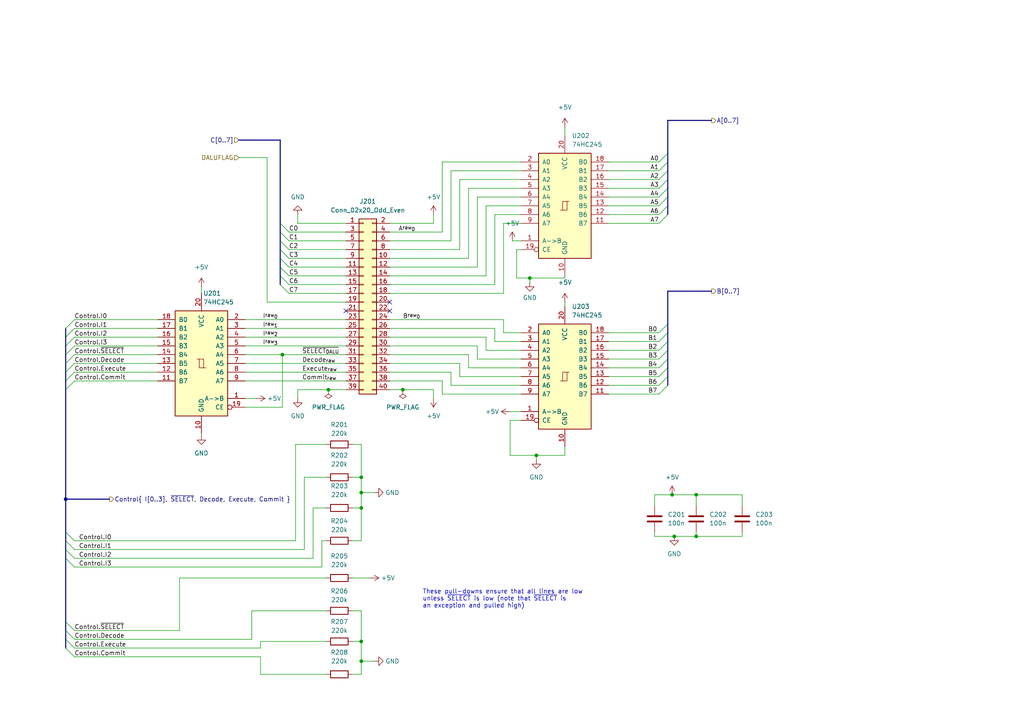
<source format=kicad_sch>
(kicad_sch (version 20211123) (generator eeschema)
  (paper "A4")
  (lib_symbols
    (symbol "74xx:74HC245" (pin_names (offset 1.016))
      (property "Reference" "U" (at -7.62 16.51 0))
      (property "Value" "74HC245" (at -7.62 -16.51 0))
      (symbol "74HC245_1_0"
        (polyline (pts (xy -0.635 -1.27) (xy -0.635 1.27) (xy 0.635 1.27)))
        (polyline (pts (xy -1.27 -1.27) (xy 0.635 -1.27) (xy 0.635 1.27) (xy 1.27 1.27)))
        (pin input line (at -12.7 -10.16 0) (length 5.08) (name "A->B") (number "1"))
        (pin power_in line (at 0 -20.32 90) (length 5.08) (name "GND") (number "10"))
        (pin tri_state line (at 12.7 -5.08 180) (length 5.08) (name "B7") (number "11"))
        (pin tri_state line (at 12.7 -2.54 180) (length 5.08) (name "B6") (number "12"))
        (pin tri_state line (at 12.7 0 180) (length 5.08) (name "B5") (number "13"))
        (pin tri_state line (at 12.7 2.54 180) (length 5.08) (name "B4") (number "14"))
        (pin tri_state line (at 12.7 5.08 180) (length 5.08) (name "B3") (number "15"))
        (pin tri_state line (at 12.7 7.62 180) (length 5.08) (name "B2") (number "16"))
        (pin tri_state line (at 12.7 10.16 180) (length 5.08) (name "B1") (number "17"))
        (pin tri_state line (at 12.7 12.7 180) (length 5.08) (name "B0") (number "18"))
        (pin input inverted (at -12.7 -12.7 0) (length 5.08) (name "CE") (number "19"))
        (pin tri_state line (at -12.7 12.7 0) (length 5.08) (name "A0") (number "2"))
        (pin power_in line (at 0 20.32 270) (length 5.08) (name "VCC") (number "20"))
        (pin tri_state line (at -12.7 10.16 0) (length 5.08) (name "A1") (number "3"))
        (pin tri_state line (at -12.7 7.62 0) (length 5.08) (name "A2") (number "4"))
        (pin tri_state line (at -12.7 5.08 0) (length 5.08) (name "A3") (number "5"))
        (pin tri_state line (at -12.7 2.54 0) (length 5.08) (name "A4") (number "6"))
        (pin tri_state line (at -12.7 0 0) (length 5.08) (name "A5") (number "7"))
        (pin tri_state line (at -12.7 -2.54 0) (length 5.08) (name "A6") (number "8"))
        (pin tri_state line (at -12.7 -5.08 0) (length 5.08) (name "A7") (number "9"))
      )
      (symbol "74HC245_1_1"
        (rectangle (start -7.62 15.24) (end 7.62 -15.24) (stroke (width 0.254)) (fill (type background)))
      )
    )
    (symbol "Connector_Generic:Conn_02x20_Odd_Even" (pin_names (offset 1.016) hide)
      (property "Reference" "J" (at 1.27 25.4 0))
      (property "Value" "Conn_02x20_Odd_Even" (at 1.27 -27.94 0))
      (symbol "Conn_02x20_Odd_Even_1_1"
        (rectangle (start -1.27 -25.273) (end 0 -25.527) (stroke (width 0.1524)))
        (rectangle (start -1.27 -22.733) (end 0 -22.987) (stroke (width 0.1524)))
        (rectangle (start -1.27 -20.193) (end 0 -20.447) (stroke (width 0.1524)))
        (rectangle (start -1.27 -17.653) (end 0 -17.907) (stroke (width 0.1524)))
        (rectangle (start -1.27 -15.113) (end 0 -15.367) (stroke (width 0.1524)))
        (rectangle (start -1.27 -12.573) (end 0 -12.827) (stroke (width 0.1524)))
        (rectangle (start -1.27 -10.033) (end 0 -10.287) (stroke (width 0.1524)))
        (rectangle (start -1.27 -7.493) (end 0 -7.747) (stroke (width 0.1524)))
        (rectangle (start -1.27 -4.953) (end 0 -5.207) (stroke (width 0.1524)))
        (rectangle (start -1.27 -2.413) (end 0 -2.667) (stroke (width 0.1524)))
        (rectangle (start -1.27 0.127) (end 0 -0.127) (stroke (width 0.1524)))
        (rectangle (start -1.27 2.667) (end 0 2.413) (stroke (width 0.1524)))
        (rectangle (start -1.27 5.207) (end 0 4.953) (stroke (width 0.1524)))
        (rectangle (start -1.27 7.747) (end 0 7.493) (stroke (width 0.1524)))
        (rectangle (start -1.27 10.287) (end 0 10.033) (stroke (width 0.1524)))
        (rectangle (start -1.27 12.827) (end 0 12.573) (stroke (width 0.1524)))
        (rectangle (start -1.27 15.367) (end 0 15.113) (stroke (width 0.1524)))
        (rectangle (start -1.27 17.907) (end 0 17.653) (stroke (width 0.1524)))
        (rectangle (start -1.27 20.447) (end 0 20.193) (stroke (width 0.1524)))
        (rectangle (start -1.27 22.987) (end 0 22.733) (stroke (width 0.1524)))
        (rectangle (start -1.27 24.13) (end 3.81 -26.67) (stroke (width 0.254)) (fill (type background)))
        (rectangle (start 3.81 -25.273) (end 2.54 -25.527) (stroke (width 0.1524)))
        (rectangle (start 3.81 -22.733) (end 2.54 -22.987) (stroke (width 0.1524)))
        (rectangle (start 3.81 -20.193) (end 2.54 -20.447) (stroke (width 0.1524)))
        (rectangle (start 3.81 -17.653) (end 2.54 -17.907) (stroke (width 0.1524)))
        (rectangle (start 3.81 -15.113) (end 2.54 -15.367) (stroke (width 0.1524)))
        (rectangle (start 3.81 -12.573) (end 2.54 -12.827) (stroke (width 0.1524)))
        (rectangle (start 3.81 -10.033) (end 2.54 -10.287) (stroke (width 0.1524)))
        (rectangle (start 3.81 -7.493) (end 2.54 -7.747) (stroke (width 0.1524)))
        (rectangle (start 3.81 -4.953) (end 2.54 -5.207) (stroke (width 0.1524)))
        (rectangle (start 3.81 -2.413) (end 2.54 -2.667) (stroke (width 0.1524)))
        (rectangle (start 3.81 0.127) (end 2.54 -0.127) (stroke (width 0.1524)))
        (rectangle (start 3.81 2.667) (end 2.54 2.413) (stroke (width 0.1524)))
        (rectangle (start 3.81 5.207) (end 2.54 4.953) (stroke (width 0.1524)))
        (rectangle (start 3.81 7.747) (end 2.54 7.493) (stroke (width 0.1524)))
        (rectangle (start 3.81 10.287) (end 2.54 10.033) (stroke (width 0.1524)))
        (rectangle (start 3.81 12.827) (end 2.54 12.573) (stroke (width 0.1524)))
        (rectangle (start 3.81 15.367) (end 2.54 15.113) (stroke (width 0.1524)))
        (rectangle (start 3.81 17.907) (end 2.54 17.653) (stroke (width 0.1524)))
        (rectangle (start 3.81 20.447) (end 2.54 20.193) (stroke (width 0.1524)))
        (rectangle (start 3.81 22.987) (end 2.54 22.733) (stroke (width 0.1524)))
        (pin passive line (at -5.08 22.86 0) (length 3.81) (name "Pin_1") (number "1"))
        (pin passive line (at 7.62 12.7 180) (length 3.81) (name "Pin_10") (number "10"))
        (pin passive line (at -5.08 10.16 0) (length 3.81) (name "Pin_11") (number "11"))
        (pin passive line (at 7.62 10.16 180) (length 3.81) (name "Pin_12") (number "12"))
        (pin passive line (at -5.08 7.62 0) (length 3.81) (name "Pin_13") (number "13"))
        (pin passive line (at 7.62 7.62 180) (length 3.81) (name "Pin_14") (number "14"))
        (pin passive line (at -5.08 5.08 0) (length 3.81) (name "Pin_15") (number "15"))
        (pin passive line (at 7.62 5.08 180) (length 3.81) (name "Pin_16") (number "16"))
        (pin passive line (at -5.08 2.54 0) (length 3.81) (name "Pin_17") (number "17"))
        (pin passive line (at 7.62 2.54 180) (length 3.81) (name "Pin_18") (number "18"))
        (pin passive line (at -5.08 0 0) (length 3.81) (name "Pin_19") (number "19"))
        (pin passive line (at 7.62 22.86 180) (length 3.81) (name "Pin_2") (number "2"))
        (pin passive line (at 7.62 0 180) (length 3.81) (name "Pin_20") (number "20"))
        (pin passive line (at -5.08 -2.54 0) (length 3.81) (name "Pin_21") (number "21"))
        (pin passive line (at 7.62 -2.54 180) (length 3.81) (name "Pin_22") (number "22"))
        (pin passive line (at -5.08 -5.08 0) (length 3.81) (name "Pin_23") (number "23"))
        (pin passive line (at 7.62 -5.08 180) (length 3.81) (name "Pin_24") (number "24"))
        (pin passive line (at -5.08 -7.62 0) (length 3.81) (name "Pin_25") (number "25"))
        (pin passive line (at 7.62 -7.62 180) (length 3.81) (name "Pin_26") (number "26"))
        (pin passive line (at -5.08 -10.16 0) (length 3.81) (name "Pin_27") (number "27"))
        (pin passive line (at 7.62 -10.16 180) (length 3.81) (name "Pin_28") (number "28"))
        (pin passive line (at -5.08 -12.7 0) (length 3.81) (name "Pin_29") (number "29"))
        (pin passive line (at -5.08 20.32 0) (length 3.81) (name "Pin_3") (number "3"))
        (pin passive line (at 7.62 -12.7 180) (length 3.81) (name "Pin_30") (number "30"))
        (pin passive line (at -5.08 -15.24 0) (length 3.81) (name "Pin_31") (number "31"))
        (pin passive line (at 7.62 -15.24 180) (length 3.81) (name "Pin_32") (number "32"))
        (pin passive line (at -5.08 -17.78 0) (length 3.81) (name "Pin_33") (number "33"))
        (pin passive line (at 7.62 -17.78 180) (length 3.81) (name "Pin_34") (number "34"))
        (pin passive line (at -5.08 -20.32 0) (length 3.81) (name "Pin_35") (number "35"))
        (pin passive line (at 7.62 -20.32 180) (length 3.81) (name "Pin_36") (number "36"))
        (pin passive line (at -5.08 -22.86 0) (length 3.81) (name "Pin_37") (number "37"))
        (pin passive line (at 7.62 -22.86 180) (length 3.81) (name "Pin_38") (number "38"))
        (pin passive line (at -5.08 -25.4 0) (length 3.81) (name "Pin_39") (number "39"))
        (pin passive line (at 7.62 20.32 180) (length 3.81) (name "Pin_4") (number "4"))
        (pin passive line (at 7.62 -25.4 180) (length 3.81) (name "Pin_40") (number "40"))
        (pin passive line (at -5.08 17.78 0) (length 3.81) (name "Pin_5") (number "5"))
        (pin passive line (at 7.62 17.78 180) (length 3.81) (name "Pin_6") (number "6"))
        (pin passive line (at -5.08 15.24 0) (length 3.81) (name "Pin_7") (number "7"))
        (pin passive line (at 7.62 15.24 180) (length 3.81) (name "Pin_8") (number "8"))
        (pin passive line (at -5.08 12.7 0) (length 3.81) (name "Pin_9") (number "9"))
      )
    )
    (symbol "Device:C" (pin_numbers hide) (pin_names (offset 0.254))
      (property "Reference" "C" (at 0.635 2.54 0))
      (property "Value" "C" (at 0.635 -2.54 0))
      (symbol "C_0_1"
        (polyline (pts (xy -2.032 -0.762) (xy 2.032 -0.762)) (stroke (width 0.508)))
        (polyline (pts (xy -2.032 0.762) (xy 2.032 0.762)) (stroke (width 0.508)))
      )
      (symbol "C_1_1"
        (pin passive line (at 0 3.81 270) (length 2.794) (name "~") (number "1"))
        (pin passive line (at 0 -3.81 90) (length 2.794) (name "~") (number "2"))
      )
    )
    (symbol "Device:R" (pin_numbers hide) (pin_names (offset 0))
      (property "Reference" "R" (at 2.032 0 90))
      (property "Value" "R" (at 0 0 90))
      (symbol "R_0_1"
        (rectangle (start -1.016 -2.54) (end 1.016 2.54) (stroke (width 0.254)))
      )
      (symbol "R_1_1"
        (pin passive line (at 0 3.81 270) (length 1.27) (name "~") (number "1"))
        (pin passive line (at 0 -3.81 90) (length 1.27) (name "~") (number "2"))
      )
    )
    (symbol "power:+5V" (power) (pin_names (offset 0))
      (property "Value" "+5V" (at 0 3.556 0))
      (symbol "+5V_0_1"
        (polyline (pts (xy -0.762 1.27) (xy 0 2.54)))
        (polyline (pts (xy 0 0) (xy 0 2.54)))
        (polyline (pts (xy 0 2.54) (xy 0.762 1.27)))
      )
      (symbol "+5V_1_1"
        (pin power_in line (at 0 0 90) (length 0) hide (name "+5V") (number "1"))
      )
    )
    (symbol "power:GND" (power) (pin_names (offset 0))
      (property "Value" "GND" (at 0 -3.81 0))
      (symbol "GND_0_1"
        (polyline (pts (xy 0 0) (xy 0 -1.27) (xy 1.27 -1.27) (xy 0 -2.54) (xy -1.27 -1.27) (xy 0 -1.27)))
      )
      (symbol "GND_1_1"
        (pin power_in line (at 0 0 270) (length 0) hide (name "GND") (number "1"))
      )
    )
    (symbol "power:PWR_FLAG" (power) (pin_numbers hide) (pin_names (offset 0) hide)
      (property "Value" "PWR_FLAG" (at 0 3.81 0))
      (symbol "PWR_FLAG_0_0"
        (pin power_out line (at 0 0 90) (length 0) (name "pwr") (number "1"))
      )
      (symbol "PWR_FLAG_0_1"
        (polyline (pts (xy 0 0) (xy 0 1.27) (xy -1.016 1.905) (xy 0 2.54) (xy 1.016 1.905) (xy 0 1.27)))
      )
    )
  )
  (junction (at 104.775 138.43))
  (junction (at 201.93 155.575))
  (junction (at 116.84 113.03))
  (junction (at 95.25 113.03))
  (junction (at 194.945 143.51))
  (junction (at 201.93 143.51))
  (junction (at 19.05 144.78))
  (junction (at 81.915 102.87))
  (junction (at 104.775 186.055))
  (junction (at 153.67 80.645))
  (junction (at 195.58 155.575))
  (junction (at 104.775 147.32))
  (junction (at 104.775 191.77))
  (junction (at 104.775 142.875))
  (junction (at 155.575 132.08))
  (no_connect (at 100.33 90.17))
  (no_connect (at 113.03 90.17))
  (no_connect (at 113.03 87.63))
  (bus_entry (at 81.28 72.39) (size 2.54 2.54))
  (bus_entry (at 81.28 67.31) (size 2.54 2.54))
  (bus_entry (at 19.05 154.305) (size 2.54 2.54))
  (bus_entry (at 193.675 44.45) (size -2.54 2.54))
  (bus_entry (at 193.675 111.76) (size -2.54 2.54))
  (bus_entry (at 19.05 113.03) (size 2.54 -2.54))
  (bus_entry (at 19.05 187.96) (size 2.54 2.54))
  (bus_entry (at 193.675 49.53) (size -2.54 2.54))
  (bus_entry (at 193.675 93.98) (size -2.54 2.54))
  (bus_entry (at 81.28 64.77) (size 2.54 2.54))
  (bus_entry (at 19.05 105.41) (size 2.54 -2.54))
  (bus_entry (at 19.05 107.95) (size 2.54 -2.54))
  (bus_entry (at 19.05 100.33) (size 2.54 -2.54))
  (bus_entry (at 81.28 82.55) (size 2.54 2.54))
  (bus_entry (at 81.28 74.93) (size 2.54 2.54))
  (bus_entry (at 193.675 52.07) (size -2.54 2.54))
  (bus_entry (at 19.05 95.25) (size 2.54 -2.54))
  (bus_entry (at 81.28 80.01) (size 2.54 2.54))
  (bus_entry (at 193.675 96.52) (size -2.54 2.54))
  (bus_entry (at 81.28 69.85) (size 2.54 2.54))
  (bus_entry (at 193.675 62.23) (size -2.54 2.54))
  (bus_entry (at 19.05 156.845) (size 2.54 2.54))
  (bus_entry (at 193.675 104.14) (size -2.54 2.54))
  (bus_entry (at 19.05 180.34) (size 2.54 2.54))
  (bus_entry (at 193.675 99.06) (size -2.54 2.54))
  (bus_entry (at 19.05 102.87) (size 2.54 -2.54))
  (bus_entry (at 19.05 159.385) (size 2.54 2.54))
  (bus_entry (at 193.675 46.99) (size -2.54 2.54))
  (bus_entry (at 19.05 185.42) (size 2.54 2.54))
  (bus_entry (at 19.05 161.925) (size 2.54 2.54))
  (bus_entry (at 19.05 97.79) (size 2.54 -2.54))
  (bus_entry (at 81.28 77.47) (size 2.54 2.54))
  (bus_entry (at 193.675 109.22) (size -2.54 2.54))
  (bus_entry (at 193.675 101.6) (size -2.54 2.54))
  (bus_entry (at 193.675 59.69) (size -2.54 2.54))
  (bus_entry (at 193.675 57.15) (size -2.54 2.54))
  (bus_entry (at 19.05 182.88) (size 2.54 2.54))
  (bus_entry (at 193.675 106.68) (size -2.54 2.54))
  (bus_entry (at 19.05 110.49) (size 2.54 -2.54))
  (bus_entry (at 193.675 54.61) (size -2.54 2.54))
  (wire (pts (xy 133.35 72.39) (xy 113.03 72.39)))
  (wire (pts (xy 135.89 106.68) (xy 151.13 106.68)))
  (bus (pts (xy 81.28 69.85) (xy 81.28 72.39)))
  (wire (pts (xy 138.43 104.14) (xy 151.13 104.14)))
  (wire (pts (xy 104.775 138.43) (xy 102.235 138.43)))
  (bus (pts (xy 81.28 67.31) (xy 81.28 69.85)))
  (wire (pts (xy 71.12 100.33) (xy 100.33 100.33)))
  (wire (pts (xy 113.03 110.49) (xy 128.27 110.49)))
  (bus (pts (xy 19.05 113.03) (xy 19.05 144.78)))
  (wire (pts (xy 113.03 67.31) (xy 128.27 67.31)))
  (bus (pts (xy 31.75 144.78) (xy 19.05 144.78)))
  (wire (pts (xy 176.53 101.6) (xy 191.135 101.6)))
  (bus (pts (xy 193.675 109.22) (xy 193.675 111.76)))
  (wire (pts (xy 86.36 115.57) (xy 86.36 113.03)))
  (wire (pts (xy 155.575 132.08) (xy 163.83 132.08)))
  (bus (pts (xy 193.675 34.925) (xy 193.675 44.45)))
  (wire (pts (xy 149.86 80.645) (xy 153.67 80.645)))
  (wire (pts (xy 83.82 80.01) (xy 100.33 80.01)))
  (wire (pts (xy 104.775 191.77) (xy 104.775 186.055)))
  (wire (pts (xy 151.13 121.92) (xy 147.955 121.92)))
  (bus (pts (xy 19.05 182.88) (xy 19.05 185.42)))
  (wire (pts (xy 138.43 77.47) (xy 138.43 57.15)))
  (wire (pts (xy 146.05 96.52) (xy 151.13 96.52)))
  (bus (pts (xy 19.05 95.25) (xy 19.05 97.79)))
  (wire (pts (xy 21.59 107.95) (xy 45.72 107.95)))
  (wire (pts (xy 138.43 100.33) (xy 138.43 104.14)))
  (wire (pts (xy 151.13 72.39) (xy 149.86 72.39)))
  (wire (pts (xy 83.82 85.09) (xy 100.33 85.09)))
  (wire (pts (xy 94.615 186.055) (xy 75.565 186.055)))
  (wire (pts (xy 130.81 49.53) (xy 151.13 49.53)))
  (wire (pts (xy 104.775 142.875) (xy 104.775 138.43)))
  (wire (pts (xy 176.53 46.99) (xy 191.135 46.99)))
  (wire (pts (xy 128.27 46.99) (xy 151.13 46.99)))
  (wire (pts (xy 140.97 80.01) (xy 140.97 59.69)))
  (wire (pts (xy 113.03 100.33) (xy 138.43 100.33)))
  (wire (pts (xy 71.12 110.49) (xy 100.33 110.49)))
  (wire (pts (xy 58.42 83.185) (xy 58.42 85.09)))
  (bus (pts (xy 193.675 96.52) (xy 193.675 99.06)))
  (wire (pts (xy 86.36 64.77) (xy 86.36 62.23)))
  (wire (pts (xy 147.955 132.08) (xy 155.575 132.08)))
  (bus (pts (xy 19.05 105.41) (xy 19.05 107.95)))
  (wire (pts (xy 130.81 107.95) (xy 130.81 111.76)))
  (bus (pts (xy 193.675 93.98) (xy 193.675 96.52)))
  (wire (pts (xy 176.53 106.68) (xy 191.135 106.68)))
  (bus (pts (xy 19.05 185.42) (xy 19.05 187.96)))
  (bus (pts (xy 19.05 97.79) (xy 19.05 100.33)))
  (wire (pts (xy 128.27 110.49) (xy 128.27 114.3)))
  (wire (pts (xy 215.265 143.51) (xy 215.265 146.685)))
  (wire (pts (xy 133.35 52.07) (xy 151.13 52.07)))
  (wire (pts (xy 148.59 69.85) (xy 151.13 69.85)))
  (wire (pts (xy 71.12 118.11) (xy 81.915 118.11)))
  (wire (pts (xy 83.82 69.85) (xy 100.33 69.85)))
  (bus (pts (xy 81.28 77.47) (xy 81.28 80.01)))
  (wire (pts (xy 135.89 74.93) (xy 113.03 74.93)))
  (wire (pts (xy 176.53 96.52) (xy 191.135 96.52)))
  (bus (pts (xy 193.675 49.53) (xy 193.675 52.07)))
  (bus (pts (xy 81.28 74.93) (xy 81.28 77.47)))
  (bus (pts (xy 206.375 84.455) (xy 193.675 84.455)))
  (wire (pts (xy 21.59 105.41) (xy 45.72 105.41)))
  (bus (pts (xy 206.375 34.925) (xy 193.675 34.925)))
  (wire (pts (xy 189.865 146.685) (xy 189.865 143.51)))
  (wire (pts (xy 163.83 36.83) (xy 163.83 39.37)))
  (wire (pts (xy 113.03 92.71) (xy 146.05 92.71)))
  (wire (pts (xy 93.345 156.845) (xy 94.615 156.845)))
  (bus (pts (xy 19.05 144.78) (xy 19.05 154.305)))
  (wire (pts (xy 71.12 95.25) (xy 100.33 95.25)))
  (wire (pts (xy 143.51 62.23) (xy 151.13 62.23)))
  (wire (pts (xy 73.025 185.42) (xy 73.025 177.165)))
  (wire (pts (xy 133.35 109.22) (xy 151.13 109.22)))
  (wire (pts (xy 201.93 155.575) (xy 215.265 155.575)))
  (wire (pts (xy 73.025 177.165) (xy 94.615 177.165)))
  (wire (pts (xy 201.93 143.51) (xy 201.93 146.685)))
  (wire (pts (xy 146.05 92.71) (xy 146.05 96.52)))
  (wire (pts (xy 135.89 54.61) (xy 151.13 54.61)))
  (wire (pts (xy 104.775 156.845) (xy 104.775 147.32)))
  (wire (pts (xy 113.03 97.79) (xy 140.97 97.79)))
  (bus (pts (xy 19.05 180.34) (xy 19.05 182.88)))
  (wire (pts (xy 176.53 104.14) (xy 191.135 104.14)))
  (wire (pts (xy 104.775 147.32) (xy 104.775 142.875)))
  (wire (pts (xy 189.865 155.575) (xy 195.58 155.575)))
  (wire (pts (xy 71.12 105.41) (xy 100.33 105.41)))
  (wire (pts (xy 143.51 95.25) (xy 143.51 99.06)))
  (bus (pts (xy 81.28 80.01) (xy 81.28 82.55)))
  (wire (pts (xy 104.775 156.845) (xy 102.235 156.845)))
  (wire (pts (xy 74.295 115.57) (xy 71.12 115.57)))
  (wire (pts (xy 130.81 111.76) (xy 151.13 111.76)))
  (bus (pts (xy 19.05 154.305) (xy 19.05 156.845)))
  (bus (pts (xy 81.28 40.64) (xy 81.28 64.77)))
  (wire (pts (xy 153.67 80.645) (xy 153.67 81.915)))
  (wire (pts (xy 125.73 62.23) (xy 125.73 64.77)))
  (bus (pts (xy 193.675 44.45) (xy 193.675 46.99)))
  (wire (pts (xy 71.12 92.71) (xy 100.33 92.71)))
  (wire (pts (xy 81.915 102.87) (xy 100.33 102.87)))
  (wire (pts (xy 71.12 97.79) (xy 100.33 97.79)))
  (wire (pts (xy 83.82 67.31) (xy 100.33 67.31)))
  (wire (pts (xy 113.03 102.87) (xy 135.89 102.87)))
  (wire (pts (xy 21.59 161.925) (xy 90.805 161.925)))
  (bus (pts (xy 19.05 159.385) (xy 19.05 161.925)))
  (wire (pts (xy 147.955 121.92) (xy 147.955 132.08)))
  (bus (pts (xy 19.05 102.87) (xy 19.05 105.41)))
  (wire (pts (xy 104.775 195.58) (xy 104.775 191.77)))
  (wire (pts (xy 113.03 77.47) (xy 138.43 77.47)))
  (wire (pts (xy 104.775 138.43) (xy 104.775 128.905)))
  (wire (pts (xy 163.83 87.63) (xy 163.83 88.9)))
  (wire (pts (xy 176.53 99.06) (xy 191.135 99.06)))
  (bus (pts (xy 19.05 100.33) (xy 19.05 102.87)))
  (wire (pts (xy 146.05 64.77) (xy 151.13 64.77)))
  (wire (pts (xy 90.805 147.32) (xy 94.615 147.32)))
  (wire (pts (xy 128.27 114.3) (xy 151.13 114.3)))
  (wire (pts (xy 189.865 154.305) (xy 189.865 155.575)))
  (wire (pts (xy 88.265 159.385) (xy 88.265 138.43)))
  (bus (pts (xy 193.675 104.14) (xy 193.675 106.68)))
  (wire (pts (xy 149.86 72.39) (xy 149.86 80.645)))
  (wire (pts (xy 194.945 143.51) (xy 201.93 143.51)))
  (wire (pts (xy 85.725 156.845) (xy 85.725 128.905)))
  (wire (pts (xy 116.84 113.03) (xy 113.03 113.03)))
  (wire (pts (xy 104.775 191.77) (xy 108.585 191.77)))
  (wire (pts (xy 71.12 102.87) (xy 81.915 102.87)))
  (wire (pts (xy 155.575 132.08) (xy 155.575 133.35)))
  (wire (pts (xy 104.775 186.055) (xy 104.775 177.165)))
  (wire (pts (xy 113.03 105.41) (xy 133.35 105.41)))
  (bus (pts (xy 193.675 54.61) (xy 193.675 57.15)))
  (bus (pts (xy 193.675 101.6) (xy 193.675 104.14)))
  (wire (pts (xy 104.775 186.055) (xy 102.235 186.055)))
  (wire (pts (xy 83.82 82.55) (xy 100.33 82.55)))
  (wire (pts (xy 201.93 154.305) (xy 201.93 155.575)))
  (wire (pts (xy 140.97 101.6) (xy 151.13 101.6)))
  (bus (pts (xy 193.675 57.15) (xy 193.675 59.69)))
  (bus (pts (xy 193.675 59.69) (xy 193.675 62.23)))
  (wire (pts (xy 71.12 107.95) (xy 100.33 107.95)))
  (wire (pts (xy 113.03 85.09) (xy 146.05 85.09)))
  (wire (pts (xy 21.59 97.79) (xy 45.72 97.79)))
  (wire (pts (xy 21.59 185.42) (xy 73.025 185.42)))
  (bus (pts (xy 19.05 156.845) (xy 19.05 159.385)))
  (wire (pts (xy 75.565 186.055) (xy 75.565 187.96)))
  (wire (pts (xy 21.59 102.87) (xy 45.72 102.87)))
  (wire (pts (xy 113.03 80.01) (xy 140.97 80.01)))
  (wire (pts (xy 176.53 64.77) (xy 191.135 64.77)))
  (wire (pts (xy 201.93 143.51) (xy 215.265 143.51)))
  (bus (pts (xy 193.675 99.06) (xy 193.675 101.6)))
  (wire (pts (xy 21.59 190.5) (xy 75.565 190.5)))
  (wire (pts (xy 147.955 119.38) (xy 151.13 119.38)))
  (wire (pts (xy 176.53 62.23) (xy 191.135 62.23)))
  (wire (pts (xy 81.915 118.11) (xy 81.915 102.87)))
  (wire (pts (xy 85.725 128.905) (xy 94.615 128.905)))
  (wire (pts (xy 21.59 187.96) (xy 75.565 187.96)))
  (wire (pts (xy 83.82 72.39) (xy 100.33 72.39)))
  (wire (pts (xy 90.805 161.925) (xy 90.805 147.32)))
  (wire (pts (xy 52.07 167.64) (xy 94.615 167.64)))
  (bus (pts (xy 81.28 64.77) (xy 81.28 67.31)))
  (wire (pts (xy 176.53 111.76) (xy 191.135 111.76)))
  (wire (pts (xy 133.35 105.41) (xy 133.35 109.22)))
  (wire (pts (xy 58.42 125.73) (xy 58.42 126.365)))
  (wire (pts (xy 77.47 45.72) (xy 77.47 87.63)))
  (wire (pts (xy 140.97 97.79) (xy 140.97 101.6)))
  (wire (pts (xy 95.25 113.03) (xy 100.33 113.03)))
  (wire (pts (xy 75.565 190.5) (xy 75.565 195.58)))
  (wire (pts (xy 113.03 82.55) (xy 143.51 82.55)))
  (wire (pts (xy 140.97 59.69) (xy 151.13 59.69)))
  (wire (pts (xy 163.83 80.645) (xy 163.83 80.01)))
  (wire (pts (xy 176.53 49.53) (xy 191.135 49.53)))
  (wire (pts (xy 176.53 114.3) (xy 191.135 114.3)))
  (wire (pts (xy 102.235 167.64) (xy 107.315 167.64)))
  (wire (pts (xy 125.73 113.03) (xy 116.84 113.03)))
  (wire (pts (xy 125.73 115.57) (xy 125.73 113.03)))
  (wire (pts (xy 146.05 85.09) (xy 146.05 64.77)))
  (bus (pts (xy 19.05 161.925) (xy 19.05 180.34)))
  (wire (pts (xy 113.03 95.25) (xy 143.51 95.25)))
  (wire (pts (xy 83.82 74.93) (xy 100.33 74.93)))
  (wire (pts (xy 176.53 109.22) (xy 191.135 109.22)))
  (bus (pts (xy 193.675 106.68) (xy 193.675 109.22)))
  (wire (pts (xy 104.775 142.875) (xy 108.585 142.875)))
  (wire (pts (xy 21.59 110.49) (xy 45.72 110.49)))
  (wire (pts (xy 113.03 69.85) (xy 130.81 69.85)))
  (bus (pts (xy 69.215 40.64) (xy 81.28 40.64)))
  (wire (pts (xy 102.235 195.58) (xy 104.775 195.58)))
  (bus (pts (xy 193.675 52.07) (xy 193.675 54.61)))
  (bus (pts (xy 81.28 72.39) (xy 81.28 74.93)))
  (wire (pts (xy 143.51 82.55) (xy 143.51 62.23)))
  (wire (pts (xy 21.59 100.33) (xy 45.72 100.33)))
  (wire (pts (xy 93.345 164.465) (xy 93.345 156.845)))
  (wire (pts (xy 153.67 80.645) (xy 163.83 80.645)))
  (wire (pts (xy 104.775 128.905) (xy 102.235 128.905)))
  (wire (pts (xy 215.265 155.575) (xy 215.265 154.305)))
  (wire (pts (xy 176.53 59.69) (xy 191.135 59.69)))
  (wire (pts (xy 83.82 77.47) (xy 100.33 77.47)))
  (wire (pts (xy 52.07 182.88) (xy 52.07 167.64)))
  (wire (pts (xy 143.51 99.06) (xy 151.13 99.06)))
  (bus (pts (xy 193.675 84.455) (xy 193.675 93.98)))
  (bus (pts (xy 193.675 46.99) (xy 193.675 49.53)))
  (wire (pts (xy 133.35 52.07) (xy 133.35 72.39)))
  (wire (pts (xy 21.59 164.465) (xy 93.345 164.465)))
  (wire (pts (xy 69.215 45.72) (xy 77.47 45.72)))
  (bus (pts (xy 19.05 107.95) (xy 19.05 110.49)))
  (wire (pts (xy 176.53 54.61) (xy 191.135 54.61)))
  (wire (pts (xy 21.59 159.385) (xy 88.265 159.385)))
  (wire (pts (xy 21.59 182.88) (xy 52.07 182.88)))
  (wire (pts (xy 176.53 57.15) (xy 191.135 57.15)))
  (wire (pts (xy 138.43 57.15) (xy 151.13 57.15)))
  (wire (pts (xy 104.775 177.165) (xy 102.235 177.165)))
  (wire (pts (xy 135.89 102.87) (xy 135.89 106.68)))
  (wire (pts (xy 77.47 87.63) (xy 100.33 87.63)))
  (wire (pts (xy 135.89 54.61) (xy 135.89 74.93)))
  (wire (pts (xy 100.33 64.77) (xy 86.36 64.77)))
  (wire (pts (xy 195.58 155.575) (xy 201.93 155.575)))
  (wire (pts (xy 21.59 92.71) (xy 45.72 92.71)))
  (wire (pts (xy 86.36 113.03) (xy 95.25 113.03)))
  (wire (pts (xy 128.27 67.31) (xy 128.27 46.99)))
  (wire (pts (xy 189.865 143.51) (xy 194.945 143.51)))
  (wire (pts (xy 75.565 195.58) (xy 94.615 195.58)))
  (wire (pts (xy 21.59 95.25) (xy 45.72 95.25)))
  (wire (pts (xy 88.265 138.43) (xy 94.615 138.43)))
  (wire (pts (xy 130.81 69.85) (xy 130.81 49.53)))
  (wire (pts (xy 163.83 132.08) (xy 163.83 129.54)))
  (wire (pts (xy 104.775 147.32) (xy 102.235 147.32)))
  (wire (pts (xy 113.03 107.95) (xy 130.81 107.95)))
  (wire (pts (xy 21.59 156.845) (xy 85.725 156.845)))
  (bus (pts (xy 19.05 110.49) (xy 19.05 113.03)))
  (wire (pts (xy 176.53 52.07) (xy 191.135 52.07)))
  (wire (pts (xy 113.03 64.77) (xy 125.73 64.77)))
  (text "These pull-downs ensure that all lines are low\nunless ~{SELECT} is low (note that ~{SELECT} is\nan exception and pulled high)" (at 122.555 176.53 0) (effects (font (size 1.27 1.27)) (justify left bottom)))
  (label "Control.I1" (at 22.86 159.385 0))
  (label "Decode_{raw}" (at 87.63 105.41 0))
  (label "Control.Execute" (at 21.59 187.96 0))
  (label "B0" (at 187.96 96.52 0))
  (label "A3" (at 188.595 54.61 0))
  (label "C4" (at 83.82 77.47 0))
  (label "Control.I1" (at 21.59 95.25 0))
  (label "B4" (at 187.96 106.68 0))
  (label "C2" (at 83.82 72.39 0))
  (label "C5" (at 83.82 80.01 0))
  (label "Control.Decode" (at 21.59 105.41 0))
  (label "Control.I0" (at 21.59 92.71 0))
  (label "A0" (at 188.595 46.99 0))
  (label "~{SELECT_{DALU}}" (at 87.63 102.87 0))
  (label "C1" (at 83.82 69.85 0))
  (label "C0" (at 83.82 67.31 0))
  (label "B^{raw}_{0}" (at 116.84 92.71 0))
  (label "Control.I2" (at 21.59 97.79 0))
  (label "B7" (at 187.96 114.3 0))
  (label "C7" (at 83.82 85.09 0))
  (label "Control.Commit" (at 21.59 110.49 0))
  (label "A4" (at 188.595 57.15 0))
  (label "Control.Execute" (at 21.59 107.95 0))
  (label "Control.I0" (at 22.86 156.845 0))
  (label "I^{raw}_{3}" (at 76.2 100.33 0))
  (label "B6" (at 187.96 111.76 0))
  (label "Execute_{raw}" (at 87.63 107.95 0))
  (label "A5" (at 188.595 59.69 0))
  (label "B2" (at 187.96 101.6 0))
  (label "Control.Decode" (at 21.59 185.42 0))
  (label "A6" (at 188.595 62.23 0))
  (label "B1" (at 187.96 99.06 0))
  (label "A7" (at 188.595 64.77 0))
  (label "B5" (at 187.96 109.22 0))
  (label "Commit_{raw}" (at 87.63 110.49 0))
  (label "Control.I2" (at 22.86 161.925 0))
  (label "Control.I3" (at 21.59 100.33 0))
  (label "B3" (at 187.96 104.14 0))
  (label "I^{raw}_{2}" (at 76.2 97.79 0))
  (label "Control.Commit" (at 21.59 190.5 0))
  (label "C6" (at 83.82 82.55 0))
  (label "A^{raw}_{0}" (at 115.57 67.31 0))
  (label "I^{raw}_{0}" (at 76.2 92.71 0))
  (label "C3" (at 83.82 74.93 0))
  (label "Control.I3" (at 22.86 164.465 0))
  (label "A2" (at 188.595 52.07 0))
  (label "A1" (at 188.595 49.53 0))
  (label "Control.~{SELECT}" (at 21.59 182.88 0))
  (label "I^{raw}_{1}" (at 76.2 95.25 0))
  (label "Control.~{SELECT}" (at 21.59 102.87 0))
  (hierarchical_label "Control{ I[0..3], ~{SELECT}, Decode, Execute, Commit }" (shape output) (at 31.75 144.78 0))
  (hierarchical_label "DALUFLAG" (shape input) (at 69.215 45.72 180))
  (hierarchical_label "A[0..7]" (shape output) (at 206.375 34.925 0))
  (hierarchical_label "C[0..7]" (shape input) (at 69.215 40.64 180))
  (hierarchical_label "B[0..7]" (shape output) (at 206.375 84.455 0))
  (symbol (lib_id "Device:R") (at 98.425 138.43 90) (mirror x) (unit 1)
    (property "Reference" "R202" (at 98.425 132.08 90))
    (property "Value" "220k" (at 98.425 134.62 90))
    (property "Footprint" "Resistor_SMD:R_0603_1608Metric" (effects hide))
    (property "Datasheet" "https://datasheet.lcsc.com/lcsc/2206010130_UNI-ROYAL-Uniroyal-Elec-0603WAF2203T5E_C22961.pdf" (effects hide))
    (property "LCSC" "C22961" (effects hide))
  )
  (symbol (lib_id "Device:R") (at 98.425 195.58 90) (mirror x) (unit 1)
    (property "Reference" "R208" (at 98.425 189.23 90))
    (property "Value" "220k" (at 98.425 191.77 90))
    (property "Footprint" "Resistor_SMD:R_0603_1608Metric" (effects hide))
    (property "Datasheet" "https://datasheet.lcsc.com/lcsc/2206010130_UNI-ROYAL-Uniroyal-Elec-0603WAF2203T5E_C22961.pdf" (effects hide))
    (property "LCSC" "C22961" (effects hide))
  )
  (symbol (lib_id "power:GND") (at 86.36 62.23 180) (unit 1)
    (property "Reference" "#PWR0204" (effects hide))
    (property "Value" "GND" (at 86.36 57.15 0))
  )
  (symbol (lib_id "Device:R") (at 98.425 186.055 90) (mirror x) (unit 1)
    (property "Reference" "R207" (at 98.425 180.34 90))
    (property "Value" "220k" (at 98.425 182.88 90))
    (property "Footprint" "Resistor_SMD:R_0603_1608Metric" (effects hide))
    (property "Datasheet" "https://datasheet.lcsc.com/lcsc/2206010130_UNI-ROYAL-Uniroyal-Elec-0603WAF2203T5E_C22961.pdf" (effects hide))
    (property "LCSC" "C22961" (effects hide))
  )
  (symbol (lib_id "power:GND") (at 108.585 191.77 90) (mirror x) (unit 1)
    (property "Reference" "#PWR0208" (effects hide))
    (property "Value" "GND" (at 111.76 191.7699 90) (effects (justify right)))
  )
  (symbol (lib_id "power:+5V") (at 125.73 115.57 180) (unit 1)
    (property "Reference" "#PWR0210" (effects hide))
    (property "Value" "+5V" (at 125.73 120.65 0))
  )
  (symbol (lib_id "power:GND") (at 153.67 81.915 0) (unit 1)
    (property "Reference" "#PWR0213" (effects hide))
    (property "Value" "GND" (at 153.67 86.36 0))
  )
  (symbol (lib_id "Device:R") (at 98.425 177.165 90) (mirror x) (unit 1)
    (property "Reference" "R206" (at 98.425 171.45 90))
    (property "Value" "220k" (at 98.425 173.99 90))
    (property "Footprint" "Resistor_SMD:R_0603_1608Metric" (effects hide))
    (property "Datasheet" "https://datasheet.lcsc.com/lcsc/2206010130_UNI-ROYAL-Uniroyal-Elec-0603WAF2203T5E_C22961.pdf" (effects hide))
    (property "LCSC" "C22961" (effects hide))
  )
  (symbol (lib_id "Device:R") (at 98.425 128.905 90) (mirror x) (unit 1)
    (property "Reference" "R201" (at 98.425 123.19 90))
    (property "Value" "220k" (at 98.425 125.73 90))
    (property "Footprint" "Resistor_SMD:R_0603_1608Metric" (effects hide))
    (property "Datasheet" "https://datasheet.lcsc.com/lcsc/2206010130_UNI-ROYAL-Uniroyal-Elec-0603WAF2203T5E_C22961.pdf" (effects hide))
    (property "LCSC" "C22961" (effects hide))
  )
  (symbol (lib_id "power:PWR_FLAG") (at 116.84 113.03 180) (unit 1)
    (property "Reference" "#FLG0202" (effects hide))
    (property "Value" "PWR_FLAG" (at 116.84 118.11 0))
  )
  (symbol (lib_id "power:+5V") (at 107.315 167.64 270) (unit 1)
    (property "Reference" "#PWR0206" (effects hide))
    (property "Value" "+5V" (at 110.49 167.6399 90) (effects (justify left)))
  )
  (symbol (lib_id "Device:C") (at 189.865 150.495 0) (unit 1)
    (property "Reference" "C201" (at 193.675 149.2249 0) (effects (justify left)))
    (property "Value" "100n" (at 193.675 151.7649 0) (effects (justify left)))
    (property "Footprint" "Capacitor_SMD:C_0603_1608Metric" (effects hide))
    (property "Datasheet" "https://datasheet.lcsc.com/lcsc/1809301912_YAGEO-CC0603KRX7R9BB104_C14663.pdf" (effects hide))
    (property "LCSC" "C14663" (effects hide))
  )
  (symbol (lib_id "Device:C") (at 215.265 150.495 0) (unit 1)
    (property "Reference" "C203" (at 219.075 149.2249 0) (effects (justify left)))
    (property "Value" "100n" (at 219.075 151.7649 0) (effects (justify left)))
    (property "Footprint" "Capacitor_SMD:C_0603_1608Metric" (effects hide))
    (property "Datasheet" "https://datasheet.lcsc.com/lcsc/1809301912_YAGEO-CC0603KRX7R9BB104_C14663.pdf" (effects hide))
    (property "LCSC" "C14663" (effects hide))
  )
  (symbol (lib_id "74xx:74HC245") (at 163.83 109.22 0) (unit 1)
    (property "Reference" "U203" (at 165.8494 88.9 0) (effects (justify left)))
    (property "Value" "74HC245" (at 165.8494 91.44 0) (effects (justify left)))
    (property "Footprint" "Package_SO:SOIC-20W_7.5x12.8mm_P1.27mm" (effects hide))
    (property "Datasheet" "http://www.ti.com/lit/gpn/sn74HC245" (effects hide))
    (property "LCSC" "C5625" (effects hide))
  )
  (symbol (lib_id "power:GND") (at 108.585 142.875 90) (mirror x) (unit 1)
    (property "Reference" "#PWR0207" (effects hide))
    (property "Value" "GND" (at 111.76 142.8749 90) (effects (justify right)))
  )
  (symbol (lib_id "Device:R") (at 98.425 147.32 90) (mirror x) (unit 1)
    (property "Reference" "R203" (at 98.425 140.97 90))
    (property "Value" "220k" (at 98.425 143.51 90))
    (property "Footprint" "Resistor_SMD:R_0603_1608Metric" (effects hide))
    (property "Datasheet" "https://datasheet.lcsc.com/lcsc/2206010130_UNI-ROYAL-Uniroyal-Elec-0603WAF2203T5E_C22961.pdf" (effects hide))
    (property "LCSC" "C22961" (effects hide))
  )
  (symbol (lib_id "power:+5V") (at 148.59 69.85 0) (unit 1)
    (property "Reference" "#PWR0212" (effects hide))
    (property "Value" "+5V" (at 148.59 64.77 0))
  )
  (symbol (lib_id "power:PWR_FLAG") (at 95.25 113.03 180) (unit 1)
    (property "Reference" "#FLG0201" (effects hide))
    (property "Value" "PWR_FLAG" (at 95.25 118.11 0))
  )
  (symbol (lib_id "74xx:74HC245") (at 58.42 105.41 0) (mirror y) (unit 1)
    (property "Reference" "U201" (at 58.9406 85.09 0) (effects (justify right)))
    (property "Value" "74HC245" (at 58.9406 87.63 0) (effects (justify right)))
    (property "Footprint" "Package_SO:SOIC-20W_7.5x12.8mm_P1.27mm" (effects hide))
    (property "Datasheet" "http://www.ti.com/lit/gpn/sn74HC245" (effects hide))
    (property "LCSC" "C5625" (effects hide))
  )
  (symbol (lib_id "power:GND") (at 86.36 115.57 0) (unit 1)
    (property "Reference" "#PWR0205" (effects hide))
    (property "Value" "GND" (at 86.36 120.65 0))
  )
  (symbol (lib_id "power:+5V") (at 58.42 83.185 0) (unit 1)
    (property "Reference" "#PWR0201" (effects hide))
    (property "Value" "+5V" (at 58.42 77.47 0))
  )
  (symbol (lib_id "power:+5V") (at 125.73 62.23 0) (unit 1)
    (property "Reference" "#PWR0209" (effects hide))
    (property "Value" "+5V" (at 125.73 57.15 0))
  )
  (symbol (lib_id "power:+5V") (at 163.83 36.83 0) (unit 1)
    (property "Reference" "#PWR0215" (effects hide))
    (property "Value" "+5V" (at 163.83 31.115 0))
  )
  (symbol (lib_id "power:GND") (at 58.42 126.365 0) (unit 1)
    (property "Reference" "#PWR0202" (effects hide))
    (property "Value" "GND" (at 58.42 131.445 0))
  )
  (symbol (lib_id "Device:R") (at 98.425 156.845 90) (mirror x) (unit 1)
    (property "Reference" "R204" (at 98.425 151.13 90))
    (property "Value" "220k" (at 98.425 153.67 90))
    (property "Footprint" "Resistor_SMD:R_0603_1608Metric" (effects hide))
    (property "Datasheet" "https://datasheet.lcsc.com/lcsc/2206010130_UNI-ROYAL-Uniroyal-Elec-0603WAF2203T5E_C22961.pdf" (effects hide))
    (property "LCSC" "C22961" (effects hide))
  )
  (symbol (lib_id "power:GND") (at 195.58 155.575 0) (unit 1)
    (property "Reference" "#PWR0218" (effects hide))
    (property "Value" "GND" (at 195.58 160.655 0))
  )
  (symbol (lib_id "Connector_Generic:Conn_02x20_Odd_Even") (at 105.41 87.63 0) (unit 1)
    (property "Reference" "J201" (at 106.68 58.42 0))
    (property "Value" "Conn_02x20_Odd_Even" (at 106.68 60.96 0))
    (property "Footprint" "Connector_PinHeader_2.54mm:PinHeader_2x20_P2.54mm_Vertical" (effects hide))
  )
  (symbol (lib_id "74xx:74HC245") (at 163.83 59.69 0) (unit 1)
    (property "Reference" "U202" (at 165.8494 39.37 0) (effects (justify left)))
    (property "Value" "74HC245" (at 165.8494 41.91 0) (effects (justify left)))
    (property "Footprint" "Package_SO:SOIC-20W_7.5x12.8mm_P1.27mm" (effects hide))
    (property "Datasheet" "http://www.ti.com/lit/gpn/sn74HC245" (effects hide))
    (property "LCSC" "C5625" (effects hide))
  )
  (symbol (lib_id "power:+5V") (at 194.945 143.51 0) (unit 1)
    (property "Reference" "#PWR0217" (effects hide))
    (property "Value" "+5V" (at 194.945 138.43 0))
  )
  (symbol (lib_id "power:+5V") (at 74.295 115.57 270) (unit 1)
    (property "Reference" "#PWR0203" (effects hide))
    (property "Value" "+5V" (at 77.47 115.5701 90) (effects (justify left)))
  )
  (symbol (lib_id "Device:C") (at 201.93 150.495 0) (unit 1)
    (property "Reference" "C202" (at 205.74 149.2249 0) (effects (justify left)))
    (property "Value" "100n" (at 205.74 151.7649 0) (effects (justify left)))
    (property "Footprint" "Capacitor_SMD:C_0603_1608Metric" (effects hide))
    (property "Datasheet" "https://datasheet.lcsc.com/lcsc/1809301912_YAGEO-CC0603KRX7R9BB104_C14663.pdf" (effects hide))
    (property "LCSC" "C14663" (effects hide))
  )
  (symbol (lib_id "power:+5V") (at 163.83 87.63 0) (unit 1)
    (property "Reference" "#PWR0216" (effects hide))
    (property "Value" "+5V" (at 163.83 81.915 0))
  )
  (symbol (lib_id "power:GND") (at 155.575 133.35 0) (unit 1)
    (property "Reference" "#PWR0214" (effects hide))
    (property "Value" "GND" (at 155.575 138.43 0))
  )
  (symbol (lib_id "Device:R") (at 98.425 167.64 90) (mirror x) (unit 1)
    (property "Reference" "R205" (at 98.425 161.29 90))
    (property "Value" "220k" (at 98.425 163.83 90))
    (property "Footprint" "Resistor_SMD:R_0603_1608Metric" (effects hide))
    (property "Datasheet" "https://datasheet.lcsc.com/lcsc/2206010130_UNI-ROYAL-Uniroyal-Elec-0603WAF2203T5E_C22961.pdf" (effects hide))
    (property "LCSC" "C22961" (effects hide))
  )
  (symbol (lib_id "power:+5V") (at 147.955 119.38 90) (unit 1)
    (property "Reference" "#PWR0211" (effects hide))
    (property "Value" "+5V" (at 144.78 119.3799 90) (effects (justify left)))
  )
)
</source>
